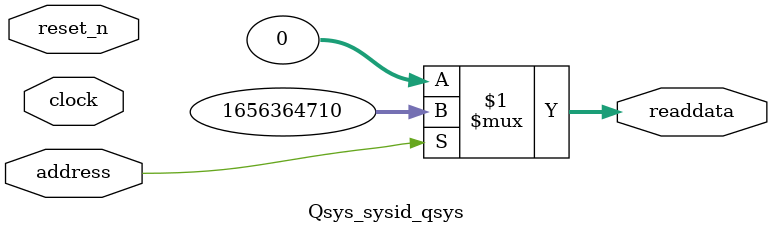
<source format=v>



// synthesis translate_off
`timescale 1ns / 1ps
// synthesis translate_on

// turn off superfluous verilog processor warnings 
// altera message_level Level1 
// altera message_off 10034 10035 10036 10037 10230 10240 10030 

module Qsys_sysid_qsys (
               // inputs:
                address,
                clock,
                reset_n,

               // outputs:
                readdata
             )
;

  output  [ 31: 0] readdata;
  input            address;
  input            clock;
  input            reset_n;

  wire    [ 31: 0] readdata;
  //control_slave, which is an e_avalon_slave
  assign readdata = address ? 1656364710 : 0;

endmodule



</source>
